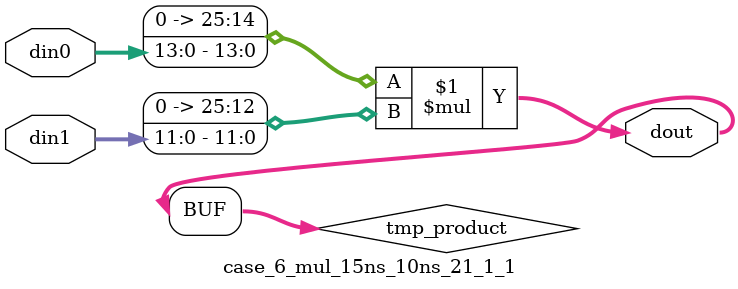
<source format=v>

`timescale 1 ns / 1 ps

 (* use_dsp = "no" *)  module case_6_mul_15ns_10ns_21_1_1(din0, din1, dout);
parameter ID = 1;
parameter NUM_STAGE = 0;
parameter din0_WIDTH = 14;
parameter din1_WIDTH = 12;
parameter dout_WIDTH = 26;

input [din0_WIDTH - 1 : 0] din0; 
input [din1_WIDTH - 1 : 0] din1; 
output [dout_WIDTH - 1 : 0] dout;

wire signed [dout_WIDTH - 1 : 0] tmp_product;
























assign tmp_product = $signed({1'b0, din0}) * $signed({1'b0, din1});











assign dout = tmp_product;





















endmodule

</source>
